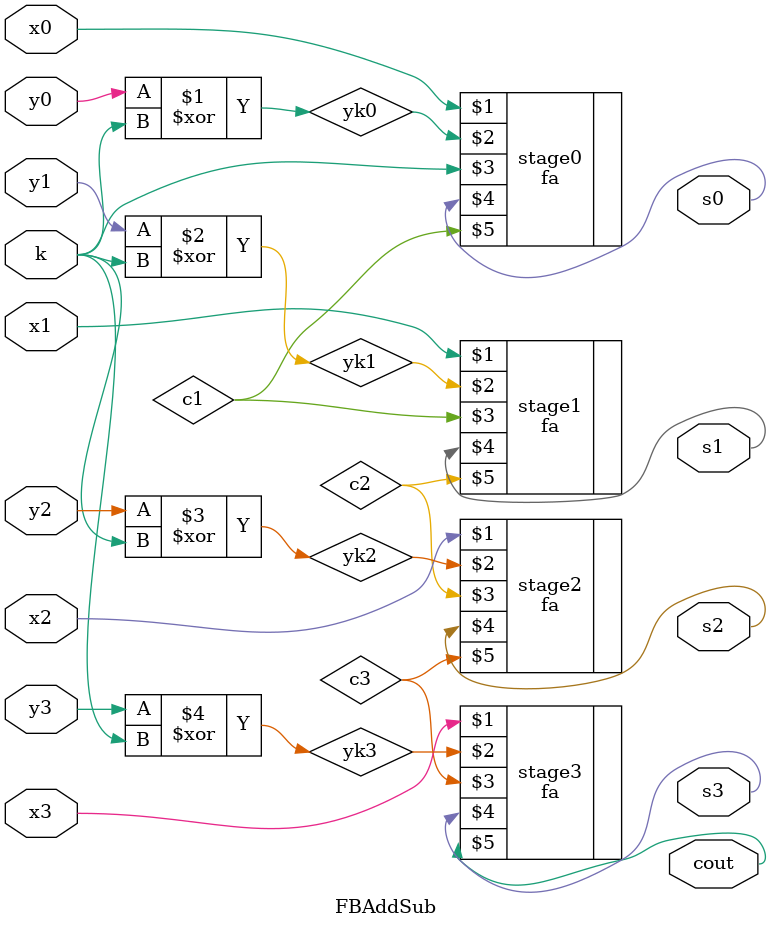
<source format=v>

module FBAddSub(x0,x1,x2,x3,y0,y1,y2,y3,k,s0,s1,s2,s3,cout);
	input x0,x1,x2,x3,y0,y1,y2,y3,k;
	output s0,s1,s2,s3,cout;
	
	xor (yk0,y0,k);
	xor (yk1,y1,k);
	xor (yk2,y2,k);
	xor (yk3,y3,k);
	
	fa stage0(x0,yk0,k,s0,c1);
	fa stage1(x1,yk1,c1,s1,c2);
	fa stage2(x2,yk2,c2,s2,c3);
	fa stage3(x3,yk3,c3,s3,cout);
	
	
endmodule 

/*
module FBAddSub(x [3:0], y [3:0], k,s [3:0], cout);
	input x [3:0], y [3:0], k;
	output [3:0] s, cout;
	
	assign yk = {(y[0]^k),(y[1]^k),(y[2]^k),(y[3]^k)};
	
	fa stage0(x[0],yk[0],k,s[0],c1);
	fa stage1(x[1],yk[1],c1,s[1],c2);
	fa stage2(x[2],yk[2],c2,s[2],c3);
	fa stage3(x[3],yk[3],c3,s[3],cout);
	
module fa(a,b,cin,s,cout);
	input a,b,cin;
	output s,cout;
	
	assign s = a ^ b ^ cin;
	assign cout = (a & b) | (a & cin) | (b & cin);

endmodule */

</source>
